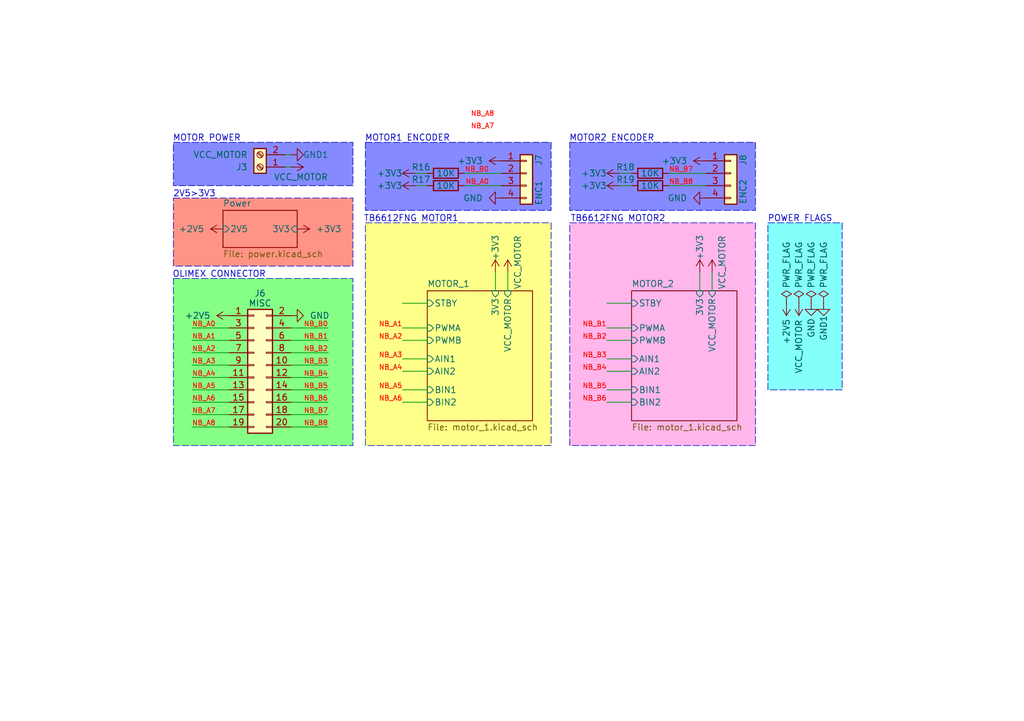
<source format=kicad_sch>
(kicad_sch (version 20231120) (generator "eeschema") (generator_version "8.0")
  (paper "A5")
  (title_block (title "Motor driver board") (date "2024-11-26") (rev "v0.1") (company "Intergalaktik d.o.o."))
  (lib_symbols
    (symbol "Connector:Screw_Terminal_01x02" (pin_names (offset 1.016) hide)
      (property "Reference" "J" (at 0 2.54 0))
      (property "Value" "Screw_Terminal_01x02" (at 0 -5.08 0))
      (symbol "Screw_Terminal_01x02_1_1"
        (rectangle (start -1.27 1.27) (end 1.27 -3.81) (stroke (width 0.254)) (fill (type background)))
        (circle (center 0 -2.54) (radius 0.635) (stroke (width 0.1524)))
        (polyline (pts (xy -0.5334 -2.2098) (xy 0.3302 -3.048)) (stroke (width 0.1524)))
        (polyline (pts (xy -0.5334 0.3302) (xy 0.3302 -0.508)) (stroke (width 0.1524)))
        (polyline (pts (xy -0.3556 -2.032) (xy 0.508 -2.8702)) (stroke (width 0.1524)))
        (polyline (pts (xy -0.3556 0.508) (xy 0.508 -0.3302)) (stroke (width 0.1524)))
        (circle (center 0 0) (radius 0.635) (stroke (width 0.1524)))
        (pin passive line (at -5.08 0 0) (length 3.81) (name "Pin_1") (number "1"))
        (pin passive line (at -5.08 -2.54 0) (length 3.81) (name "Pin_2") (number "2"))
      )
    )
    (symbol "Connector_Generic:Conn_01x04" (pin_names (offset 1.016) hide)
      (property "Reference" "J" (at 0 5.08 0))
      (property "Value" "Conn_01x04" (at 0 -7.62 0))
      (symbol "Conn_01x04_1_1"
        (rectangle (start -1.27 -4.953) (end 0 -5.207) (stroke (width 0.1524)))
        (rectangle (start -1.27 -2.413) (end 0 -2.667) (stroke (width 0.1524)))
        (rectangle (start -1.27 0.127) (end 0 -0.127) (stroke (width 0.1524)))
        (rectangle (start -1.27 2.667) (end 0 2.413) (stroke (width 0.1524)))
        (rectangle (start -1.27 3.81) (end 1.27 -6.35) (stroke (width 0.254)) (fill (type background)))
        (pin passive line (at -5.08 2.54 0) (length 3.81) (name "Pin_1") (number "1"))
        (pin passive line (at -5.08 0 0) (length 3.81) (name "Pin_2") (number "2"))
        (pin passive line (at -5.08 -2.54 0) (length 3.81) (name "Pin_3") (number "3"))
        (pin passive line (at -5.08 -5.08 0) (length 3.81) (name "Pin_4") (number "4"))
      )
    )
    (symbol "Connector_Generic:Conn_02x10_Odd_Even" (pin_names (offset 1.016) hide)
      (property "Reference" "J" (at 1.27 12.7 0))
      (property "Value" "Conn_02x10_Odd_Even" (at 1.27 -15.24 0))
      (symbol "Conn_02x10_Odd_Even_1_1"
        (rectangle (start -1.27 -12.573) (end 0 -12.827) (stroke (width 0.1524)))
        (rectangle (start -1.27 -10.033) (end 0 -10.287) (stroke (width 0.1524)))
        (rectangle (start -1.27 -7.493) (end 0 -7.747) (stroke (width 0.1524)))
        (rectangle (start -1.27 -4.953) (end 0 -5.207) (stroke (width 0.1524)))
        (rectangle (start -1.27 -2.413) (end 0 -2.667) (stroke (width 0.1524)))
        (rectangle (start -1.27 0.127) (end 0 -0.127) (stroke (width 0.1524)))
        (rectangle (start -1.27 2.667) (end 0 2.413) (stroke (width 0.1524)))
        (rectangle (start -1.27 5.207) (end 0 4.953) (stroke (width 0.1524)))
        (rectangle (start -1.27 7.747) (end 0 7.493) (stroke (width 0.1524)))
        (rectangle (start -1.27 10.287) (end 0 10.033) (stroke (width 0.1524)))
        (rectangle (start -1.27 11.43) (end 3.81 -13.97) (stroke (width 0.254)) (fill (type background)))
        (rectangle (start 3.81 -12.573) (end 2.54 -12.827) (stroke (width 0.1524)))
        (rectangle (start 3.81 -10.033) (end 2.54 -10.287) (stroke (width 0.1524)))
        (rectangle (start 3.81 -7.493) (end 2.54 -7.747) (stroke (width 0.1524)))
        (rectangle (start 3.81 -4.953) (end 2.54 -5.207) (stroke (width 0.1524)))
        (rectangle (start 3.81 -2.413) (end 2.54 -2.667) (stroke (width 0.1524)))
        (rectangle (start 3.81 0.127) (end 2.54 -0.127) (stroke (width 0.1524)))
        (rectangle (start 3.81 2.667) (end 2.54 2.413) (stroke (width 0.1524)))
        (rectangle (start 3.81 5.207) (end 2.54 4.953) (stroke (width 0.1524)))
        (rectangle (start 3.81 7.747) (end 2.54 7.493) (stroke (width 0.1524)))
        (rectangle (start 3.81 10.287) (end 2.54 10.033) (stroke (width 0.1524)))
        (pin passive line (at -5.08 10.16 0) (length 3.81) (name "Pin_1") (number "1"))
        (pin passive line (at 7.62 0 180) (length 3.81) (name "Pin_10") (number "10"))
        (pin passive line (at -5.08 -2.54 0) (length 3.81) (name "Pin_11") (number "11"))
        (pin passive line (at 7.62 -2.54 180) (length 3.81) (name "Pin_12") (number "12"))
        (pin passive line (at -5.08 -5.08 0) (length 3.81) (name "Pin_13") (number "13"))
        (pin passive line (at 7.62 -5.08 180) (length 3.81) (name "Pin_14") (number "14"))
        (pin passive line (at -5.08 -7.62 0) (length 3.81) (name "Pin_15") (number "15"))
        (pin passive line (at 7.62 -7.62 180) (length 3.81) (name "Pin_16") (number "16"))
        (pin passive line (at -5.08 -10.16 0) (length 3.81) (name "Pin_17") (number "17"))
        (pin passive line (at 7.62 -10.16 180) (length 3.81) (name "Pin_18") (number "18"))
        (pin passive line (at -5.08 -12.7 0) (length 3.81) (name "Pin_19") (number "19"))
        (pin passive line (at 7.62 10.16 180) (length 3.81) (name "Pin_2") (number "2"))
        (pin passive line (at 7.62 -12.7 180) (length 3.81) (name "Pin_20") (number "20"))
        (pin passive line (at -5.08 7.62 0) (length 3.81) (name "Pin_3") (number "3"))
        (pin passive line (at 7.62 7.62 180) (length 3.81) (name "Pin_4") (number "4"))
        (pin passive line (at -5.08 5.08 0) (length 3.81) (name "Pin_5") (number "5"))
        (pin passive line (at 7.62 5.08 180) (length 3.81) (name "Pin_6") (number "6"))
        (pin passive line (at -5.08 2.54 0) (length 3.81) (name "Pin_7") (number "7"))
        (pin passive line (at 7.62 2.54 180) (length 3.81) (name "Pin_8") (number "8"))
        (pin passive line (at -5.08 0 0) (length 3.81) (name "Pin_9") (number "9"))
      )
    )
    (symbol "Device:R" (pin_numbers hide) (pin_names (offset 0))
      (property "Reference" "R" (at 2.032 0 90))
      (property "Value" "R" (at 0 0 90))
      (symbol "R_0_1"
        (rectangle (start -1.016 -2.54) (end 1.016 2.54) (stroke (width 0.254)))
      )
      (symbol "R_1_1"
        (pin passive line (at 0 3.81 270) (length 1.27) (name "~") (number "1"))
        (pin passive line (at 0 -3.81 90) (length 1.27) (name "~") (number "2"))
      )
    )
    (symbol "power:+2V5" (power) (pin_numbers hide) (pin_names (offset 0) hide)
      (property "Value" "+2V5" (at 0 3.556 0))
      (symbol "+2V5_0_1"
        (polyline (pts (xy -0.762 1.27) (xy 0 2.54)))
        (polyline (pts (xy 0 0) (xy 0 2.54)))
        (polyline (pts (xy 0 2.54) (xy 0.762 1.27)))
      )
      (symbol "+2V5_1_1"
        (pin power_in line (at 0 0 90) (length 0) (name "~") (number "1"))
      )
    )
    (symbol "power:GND" (power) (pin_numbers hide) (pin_names (offset 0) hide)
      (property "Value" "GND" (at 0 -3.81 0))
      (symbol "GND_0_1"
        (polyline (pts (xy 0 0) (xy 0 -1.27) (xy 1.27 -1.27) (xy 0 -2.54) (xy -1.27 -1.27) (xy 0 -1.27)))
      )
      (symbol "GND_1_1"
        (pin power_in line (at 0 0 270) (length 0) (name "~") (number "1"))
      )
    )
    (symbol "power:GND1" (power) (pin_numbers hide) (pin_names (offset 0) hide)
      (property "Value" "GND1" (at 0 -3.81 0))
      (symbol "GND1_0_1"
        (polyline (pts (xy 0 0) (xy 0 -1.27) (xy 1.27 -1.27) (xy 0 -2.54) (xy -1.27 -1.27) (xy 0 -1.27)))
      )
      (symbol "GND1_1_1"
        (pin power_in line (at 0 0 270) (length 0) (name "~") (number "1"))
      )
    )
    (symbol "power:PWR_FLAG" (power) (pin_numbers hide) (pin_names (offset 0) hide)
      (property "Value" "PWR_FLAG" (at 0 3.81 0))
      (symbol "PWR_FLAG_0_0"
        (pin power_out line (at 0 0 90) (length 0) (name "~") (number "1"))
      )
      (symbol "PWR_FLAG_0_1"
        (polyline (pts (xy 0 0) (xy 0 1.27) (xy -1.016 1.905) (xy 0 2.54) (xy 1.016 1.905) (xy 0 1.27)))
      )
    )
    (symbol "power:VCC" (power) (pin_numbers hide) (pin_names (offset 0) hide)
      (property "Value" "VCC" (at 0 3.556 0))
      (symbol "VCC_0_1"
        (polyline (pts (xy -0.762 1.27) (xy 0 2.54)))
        (polyline (pts (xy 0 0) (xy 0 2.54)))
        (polyline (pts (xy 0 2.54) (xy 0.762 1.27)))
      )
      (symbol "VCC_1_1"
        (pin power_in line (at 0 0 90) (length 0) (name "~") (number "1"))
      )
    )
  )
  (wire (pts (xy 59.69 34.29) (xy 58.42 34.29)))
  (wire (pts (xy 124.46 67.31) (xy 129.54 67.31)))
  (wire (pts (xy 82.55 69.85) (xy 87.63 69.85)))
  (wire (pts (xy 39.37 85.09) (xy 46.99 85.09)))
  (wire (pts (xy 39.37 87.63) (xy 46.99 87.63)))
  (wire (pts (xy 146.05 55.88) (xy 146.05 59.69)))
  (wire (pts (xy 39.37 82.55) (xy 46.99 82.55)))
  (wire (pts (xy 85.09 38.1) (xy 87.63 38.1)))
  (wire (pts (xy 39.37 74.93) (xy 46.99 74.93)))
  (wire (pts (xy 82.55 62.23) (xy 87.63 62.23)))
  (wire (pts (xy 39.37 80.01) (xy 46.99 80.01)))
  (wire (pts (xy 82.55 73.66) (xy 87.63 73.66)))
  (wire (pts (xy 143.51 55.88) (xy 143.51 59.69)))
  (wire (pts (xy 95.25 35.56) (xy 102.87 35.56)))
  (wire (pts (xy 82.55 67.31) (xy 87.63 67.31)))
  (wire (pts (xy 104.14 55.88) (xy 104.14 59.69)))
  (wire (pts (xy 137.16 38.1) (xy 144.78 38.1)))
  (wire (pts (xy 39.37 69.85) (xy 46.99 69.85)))
  (wire (pts (xy 59.69 72.39) (xy 67.31 72.39)))
  (wire (pts (xy 39.37 72.39) (xy 46.99 72.39)))
  (wire (pts (xy 59.69 85.09) (xy 67.31 85.09)))
  (wire (pts (xy 124.46 62.23) (xy 129.54 62.23)))
  (wire (pts (xy 59.69 74.93) (xy 67.31 74.93)))
  (wire (pts (xy 124.46 76.2) (xy 129.54 76.2)))
  (wire (pts (xy 82.55 82.55) (xy 87.63 82.55)))
  (wire (pts (xy 39.37 67.31) (xy 46.99 67.31)))
  (wire (pts (xy 127 38.1) (xy 129.54 38.1)))
  (wire (pts (xy 137.16 35.56) (xy 144.78 35.56)))
  (wire (pts (xy 59.69 80.01) (xy 67.31 80.01)))
  (wire (pts (xy 59.69 82.55) (xy 67.31 82.55)))
  (wire (pts (xy 59.69 69.85) (xy 67.31 69.85)))
  (wire (pts (xy 85.09 35.56) (xy 87.63 35.56)))
  (wire (pts (xy 124.46 69.85) (xy 129.54 69.85)))
  (wire (pts (xy 124.46 80.01) (xy 129.54 80.01)))
  (wire (pts (xy 127 35.56) (xy 129.54 35.56)))
  (wire (pts (xy 59.69 87.63) (xy 67.31 87.63)))
  (wire (pts (xy 39.37 77.47) (xy 46.99 77.47)))
  (wire (pts (xy 82.55 80.01) (xy 87.63 80.01)))
  (wire (pts (xy 95.25 38.1) (xy 102.87 38.1)))
  (wire (pts (xy 59.69 67.31) (xy 67.31 67.31)))
  (wire (pts (xy 124.46 73.66) (xy 129.54 73.66)))
  (wire (pts (xy 101.6 55.88) (xy 101.6 59.69)))
  (wire (pts (xy 59.69 77.47) (xy 67.31 77.47)))
  (wire (pts (xy 59.69 31.75) (xy 58.42 31.75)))
  (wire (pts (xy 124.46 82.55) (xy 129.54 82.55)))
  (wire (pts (xy 82.55 76.2) (xy 87.63 76.2)))
  (rectangle (start 116.84 29.21) (end 154.94 43.18) (stroke (width 0.127) (type dash)) (fill (type color) (color 0 12 255 0.48)))
  (rectangle (start 157.48 45.72) (end 172.72 80.01) (stroke (width 0.127) (type dash)) (fill (type color) (color 0 255 246 0.48)))
  (rectangle (start 116.84 45.72) (end 154.94 91.44) (stroke (width 0.127) (type dash)) (fill (type color) (color 255 103 212 0.48)))
  (rectangle (start 74.93 29.21) (end 113.03 43.18) (stroke (width 0.127) (type dash)) (fill (type color) (color 0 12 255 0.48)))
  (rectangle (start 35.56 40.64) (end 72.39 54.61) (stroke (width 0.127) (type dash)) (fill (type color) (color 255 30 0 0.48)))
  (rectangle (start 74.93 45.72) (end 113.03 91.44) (stroke (width 0.127) (type dash)) (fill (type color) (color 251 255 9 0.48)))
  (rectangle (start 35.56 29.21) (end 72.39 38.1) (stroke (width 0.127) (type dash)) (fill (type color) (color 0 12 255 0.48)))
  (rectangle (start 35.56 57.15) (end 72.39 91.44) (stroke (width 0.127) (type dash)) (fill (type color) (color 2 255 0 0.48)))
  (text "OLIMEX CONNECTOR" (at 44.958 56.388 0) (effects (font (size 1.27 1.27))))
  (text "TB6612FNG MOTOR1" (at 84.328 44.958 0) (effects (font (size 1.27 1.27))))
  (text "MOTOR1 ENCODER" (at 83.566 28.448 0) (effects (font (size 1.27 1.27))))
  (text "TB6612FNG MOTOR2" (at 126.746 44.958 0) (effects (font (size 1.27 1.27))))
  (text "MOTOR2 ENCODER" (at 125.476 28.448 0) (effects (font (size 1.27 1.27))))
  (text "2V5>3V3" (at 39.878 39.878 0) (effects (font (size 1.27 1.27))))
  (text "POWER FLAGS" (at 164.084 44.958 0) (effects (font (size 1.27 1.27))))
  (text "MOTOR POWER" (at 42.418 28.448 0) (effects (font (size 1.27 1.27))))
  (label "NB_B8" (at 137.16 38.1 0) (effects (font (size 1.016 1.016))))
  (label "NB_B3" (at 67.31 74.93 180) (effects (font (size 1.016 1.016))))
  (label "NB_A5" (at 39.37 80.01 0) (effects (font (size 1.016 1.016))))
  (label "NB_A0" (at 39.37 67.31 0) (effects (font (size 1.016 1.016))))
  (label "NB_B5" (at 124.46 80.01 180) (effects (font (size 1.016 1.016))))
  (label "NB_B2" (at 124.46 69.85 180) (effects (font (size 1.016 1.016))))
  (label "NB_B3" (at 124.46 73.66 180) (effects (font (size 1.016 1.016))))
  (label "NB_A4" (at 39.37 77.47 0) (effects (font (size 1.016 1.016))))
  (label "NB_A6" (at 39.37 82.55 0) (effects (font (size 1.016 1.016))))
  (label "NB_B7" (at 137.16 35.56 0) (effects (font (size 1.016 1.016))))
  (label "NB_B4" (at 124.46 76.2 180) (effects (font (size 1.016 1.016))))
  (label "NB_A3" (at 39.37 74.93 0) (effects (font (size 1.016 1.016))))
  (label "NB_B1" (at 67.31 69.85 180) (effects (font (size 1.016 1.016))))
  (label "NB_B5" (at 67.31 80.01 180) (effects (font (size 1.016 1.016))))
  (label "NB_A4" (at 82.55 76.2 180) (effects (font (size 1.016 1.016))))
  (label "NB_A2" (at 39.37 72.39 0) (effects (font (size 1.016 1.016))))
  (label "NB_B1" (at 124.46 67.31 180) (effects (font (size 1.016 1.016))))
  (label "NB_A3" (at 82.55 73.66 180) (effects (font (size 1.016 1.016))))
  (label "NB_B2" (at 67.31 72.39 180) (effects (font (size 1.016 1.016))))
  (label "NB_A6" (at 82.55 82.55 180) (effects (font (size 1.016 1.016))))
  (label "NB_A8" (at 96.52 24.13 0) (effects (font (size 1.016 1.016))))
  (label "NB_B0" (at 67.31 67.31 180) (effects (font (size 1.016 1.016))))
  (label "NB_B4" (at 67.31 77.47 180) (effects (font (size 1.016 1.016))))
  (label "NB_A2" (at 82.55 69.85 180) (effects (font (size 1.016 1.016))))
  (label "NB_B6" (at 124.46 82.55 180) (effects (font (size 1.016 1.016))))
  (label "NB_A7" (at 39.37 85.09 0) (effects (font (size 1.016 1.016))))
  (label "NB_A5" (at 82.55 80.01 180) (effects (font (size 1.016 1.016))))
  (label "NB_B7" (at 67.31 85.09 180) (effects (font (size 1.016 1.016))))
  (label "NB_A8" (at 39.37 87.63 0) (effects (font (size 1.016 1.016))))
  (label "NB_A1" (at 39.37 69.85 0) (effects (font (size 1.016 1.016))))
  (label "NB_B0" (at 100.33 35.56 180) (effects (font (size 1.016 1.016))))
  (label "NB_B8" (at 67.31 87.63 180) (effects (font (size 1.016 1.016))))
  (label "NB_A0" (at 100.33 38.1 180) (effects (font (size 1.016 1.016))))
  (label "NB_A7" (at 96.52 26.67 0) (effects (font (size 1.016 1.016))))
  (label "NB_A1" (at 82.55 67.31 180) (effects (font (size 1.016 1.016))))
  (label "NB_B6" (at 67.31 82.55 180) (effects (font (size 1.016 1.016))))
  (symbol (lib_id "power:+2V5") (at 46.99 64.77 90) (unit 1)
    (property "Reference" "#PWR03" (effects (hide yes)))
    (property "Value" "+2V5" (at 43.18 64.7699 90) (effects (justify left)))
    (property "Description" "Power symbol creates a global label with name \"+2V5\"" (effects (hide yes)))
  )
  (symbol (lib_id "power:+2V5") (at 101.6 55.88 0) (unit 1)
    (property "Reference" "#PWR010" (effects (hide yes)))
    (property "Value" "+3V3" (at 101.6 50.8 90))
    (property "Description" "Power symbol creates a global label with name \"+2V5\"" (effects (hide yes)))
  )
  (symbol (lib_id "power:+2V5") (at 102.87 33.02 90) (unit 1)
    (property "Reference" "#PWR021" (effects (hide yes)))
    (property "Value" "+3V3" (at 99.06 33.0199 90) (effects (justify left)))
    (property "Description" "Power symbol creates a global label with name \"+2V5\"" (effects (hide yes)))
  )
  (symbol (lib_id "power:PWR_FLAG") (at 168.91 62.23 0) (unit 1)
    (property "Reference" "#FLG05" (effects (hide yes)))
    (property "Value" "PWR_FLAG" (at 168.91 54.356 90))
    (property "Description" "Special symbol for telling ERC where power comes from" (effects (hide yes)))
  )
  (symbol (lib_id "Connector_Generic:Conn_02x10_Odd_Even") (at 52.07 74.93 0) (unit 1)
    (property "Reference" "J6" (at 53.34 60.198 0))
    (property "Value" "MISC" (at 53.34 62.23 0))
    (property "Footprint" "Connector_PinSocket_2.54mm:PinSocket_2x10_P2.54mm_Vertical_SMD" (effects (hide yes)))
    (property "Description" "Generic connector, double row, 02x10, odd/even pin numbering scheme (row 1 odd numbers, row 2 even numbers), script generated (kicad-library-utils/schlib/autogen/connector/)" (effects (hide yes)))
  )
  (symbol (lib_id "power:GND") (at 166.37 62.23 0) (unit 1)
    (property "Reference" "#PWR032" (effects (hide yes)))
    (property "Value" "GND" (at 166.37 67.31 90))
    (property "Description" "Power symbol creates a global label with name \"GND\" , ground" (effects (hide yes)))
  )
  (symbol (lib_id "power:PWR_FLAG") (at 163.83 62.23 0) (unit 1)
    (property "Reference" "#FLG03" (effects (hide yes)))
    (property "Value" "PWR_FLAG" (at 163.83 54.356 90))
    (property "Description" "Special symbol for telling ERC where power comes from" (effects (hide yes)))
  )
  (symbol (lib_id "power:PWR_FLAG") (at 166.37 62.23 0) (unit 1)
    (property "Reference" "#FLG04" (effects (hide yes)))
    (property "Value" "PWR_FLAG" (at 166.37 54.356 90))
    (property "Description" "Special symbol for telling ERC where power comes from" (effects (hide yes)))
  )
  (symbol (lib_id "Device:R") (at 133.35 35.56 90) (unit 1)
    (property "Reference" "R18" (at 128.27 34.29 90))
    (property "Value" "10K" (at 133.35 35.56 90))
    (property "Footprint" "Resistor_SMD:R_0402_1005Metric" (effects (hide yes)))
    (property "Description" "Resistor" (effects (hide yes)))
  )
  (symbol (lib_id "power:PWR_FLAG") (at 161.29 62.23 0) (unit 1)
    (property "Reference" "#FLG01" (effects (hide yes)))
    (property "Value" "PWR_FLAG" (at 161.29 54.356 90))
    (property "Description" "Special symbol for telling ERC where power comes from" (effects (hide yes)))
  )
  (symbol (lib_id "power:GND") (at 144.78 40.64 270) (unit 1)
    (property "Reference" "#PWR028" (effects (hide yes)))
    (property "Value" "GND" (at 140.97 40.6399 90) (effects (justify right)))
    (property "Description" "Power symbol creates a global label with name \"GND\" , ground" (effects (hide yes)))
  )
  (symbol (lib_id "power:VCC") (at 146.05 55.88 0) (unit 1)
    (property "Reference" "#PWR07" (effects (hide yes)))
    (property "Value" "VCC_MOTOR" (at 148.082 53.848 90))
    (property "Description" "Power symbol creates a global label with name \"VCC\"" (effects (hide yes)))
  )
  (symbol (lib_id "power:+2V5") (at 127 38.1 90) (unit 1)
    (property "Reference" "#PWR036" (effects (hide yes)))
    (property "Value" "+3V3" (at 124.46 38.1 90) (effects (justify left)))
    (property "Description" "Power symbol creates a global label with name \"+2V5\"" (effects (hide yes)))
  )
  (symbol (lib_id "power:VCC") (at 104.14 55.88 0) (unit 1)
    (property "Reference" "#PWR01" (effects (hide yes)))
    (property "Value" "VCC_MOTOR" (at 106.172 53.848 90))
    (property "Description" "Power symbol creates a global label with name \"VCC\"" (effects (hide yes)))
  )
  (symbol (lib_id "power:GND") (at 59.69 64.77 90) (unit 1)
    (property "Reference" "#PWR04" (effects (hide yes)))
    (property "Value" "GND" (at 63.5 64.7699 90) (effects (justify right)))
    (property "Description" "Power symbol creates a global label with name \"GND\" , ground" (effects (hide yes)))
  )
  (symbol (lib_id "power:+2V5") (at 85.09 38.1 90) (unit 1)
    (property "Reference" "#PWR034" (effects (hide yes)))
    (property "Value" "+3V3" (at 82.55 38.1 90) (effects (justify left)))
    (property "Description" "Power symbol creates a global label with name \"+2V5\"" (effects (hide yes)))
  )
  (symbol (lib_id "power:+2V5") (at 143.51 55.88 0) (unit 1)
    (property "Reference" "#PWR014" (effects (hide yes)))
    (property "Value" "+3V3" (at 143.51 50.8 90))
    (property "Description" "Power symbol creates a global label with name \"+2V5\"" (effects (hide yes)))
  )
  (symbol (lib_id "power:GND") (at 102.87 40.64 270) (unit 1)
    (property "Reference" "#PWR027" (effects (hide yes)))
    (property "Value" "GND" (at 99.06 40.6399 90) (effects (justify right)))
    (property "Description" "Power symbol creates a global label with name \"GND\" , ground" (effects (hide yes)))
  )
  (symbol (lib_id "power:+2V5") (at 127 35.56 90) (unit 1)
    (property "Reference" "#PWR035" (effects (hide yes)))
    (property "Value" "+3V3" (at 124.46 35.56 90) (effects (justify left)))
    (property "Description" "Power symbol creates a global label with name \"+2V5\"" (effects (hide yes)))
  )
  (symbol (lib_id "Device:R") (at 91.44 35.56 90) (unit 1)
    (property "Reference" "R16" (at 86.36 34.29 90))
    (property "Value" "10K" (at 91.44 35.56 90))
    (property "Footprint" "Resistor_SMD:R_0402_1005Metric" (effects (hide yes)))
    (property "Description" "Resistor" (effects (hide yes)))
  )
  (symbol (lib_id "power:+2V5") (at 144.78 33.02 90) (unit 1)
    (property "Reference" "#PWR023" (effects (hide yes)))
    (property "Value" "+3V3" (at 140.97 33.0199 90) (effects (justify left)))
    (property "Description" "Power symbol creates a global label with name \"+2V5\"" (effects (hide yes)))
  )
  (symbol (lib_id "power:+2V5") (at 85.09 35.56 90) (unit 1)
    (property "Reference" "#PWR030" (effects (hide yes)))
    (property "Value" "+3V3" (at 82.55 35.56 90) (effects (justify left)))
    (property "Description" "Power symbol creates a global label with name \"+2V5\"" (effects (hide yes)))
  )
  (symbol (lib_id "power:+2V5") (at 60.96 46.99 270) (unit 1)
    (property "Reference" "#PWR026" (effects (hide yes)))
    (property "Value" "+3V3" (at 64.77 46.9899 90) (effects (justify left)))
    (property "Description" "Power symbol creates a global label with name \"+2V5\"" (effects (hide yes)))
  )
  (symbol (lib_id "power:VCC") (at 59.69 34.29 270) (unit 1)
    (property "Reference" "#PWR013" (effects (hide yes)))
    (property "Value" "VCC_MOTOR" (at 61.722 36.322 90))
    (property "Description" "Power symbol creates a global label with name \"VCC\"" (effects (hide yes)))
  )
  (symbol (lib_id "Connector:Screw_Terminal_01x02") (at 53.34 34.29 180) (unit 1)
    (property "Reference" "J3" (at 50.8 34.2901 0) (effects (justify left)))
    (property "Value" "VCC_MOTOR" (at 50.8 31.7501 0) (effects (justify left)))
    (property "Footprint" "TerminalBlock_Phoenix:TerminalBlock_Phoenix_MPT-0,5-2-2.54_1x02_P2.54mm_Horizontal" (effects (hide yes)))
    (property "Description" "Generic screw terminal, single row, 01x02, script generated (kicad-library-utils/schlib/autogen/connector/)" (effects (hide yes)))
  )
  (symbol (lib_id "power:+2V5") (at 161.29 62.23 180) (unit 1)
    (property "Reference" "#PWR029" (effects (hide yes)))
    (property "Value" "+2V5" (at 161.29 68.072 90))
    (property "Description" "Power symbol creates a global label with name \"+2V5\"" (effects (hide yes)))
  )
  (symbol (lib_id "Device:R") (at 133.35 38.1 90) (unit 1)
    (property "Reference" "R19" (at 128.27 36.83 90))
    (property "Value" "10K" (at 133.35 38.1 90))
    (property "Footprint" "Resistor_SMD:R_0402_1005Metric" (effects (hide yes)))
    (property "Description" "Resistor" (effects (hide yes)))
  )
  (symbol (lib_id "Connector_Generic:Conn_01x04") (at 149.86 35.56 0) (unit 1)
    (property "Reference" "J8" (at 152.4 34.036 90) (effects (justify left)))
    (property "Value" "ENC2" (at 152.4 41.91 90) (effects (justify left)))
    (property "Footprint" "Connector_PinSocket_2.54mm:PinSocket_1x04_P2.54mm_Vertical" (effects (hide yes)))
    (property "Description" "Generic connector, single row, 01x04, script generated (kicad-library-utils/schlib/autogen/connector/)" (effects (hide yes)))
  )
  (symbol (lib_id "power:GND1") (at 59.69 31.75 90) (unit 1)
    (property "Reference" "#PWR012" (effects (hide yes)))
    (property "Value" "GND1" (at 64.77 31.75 90))
    (property "Description" "Power symbol creates a global label with name \"GND1\" , ground" (effects (hide yes)))
  )
  (symbol (lib_id "power:+2V5") (at 45.72 46.99 90) (unit 1)
    (property "Reference" "#PWR025" (effects (hide yes)))
    (property "Value" "+2V5" (at 41.91 46.9899 90) (effects (justify left)))
    (property "Description" "Power symbol creates a global label with name \"+2V5\"" (effects (hide yes)))
  )
  (symbol (lib_id "Connector_Generic:Conn_01x04") (at 107.95 35.56 0) (unit 1)
    (property "Reference" "J7" (at 110.49 34.036 90) (effects (justify left)))
    (property "Value" "ENC1" (at 110.49 42.164 90) (effects (justify left)))
    (property "Footprint" "Connector_PinSocket_2.54mm:PinSocket_1x04_P2.54mm_Vertical" (effects (hide yes)))
    (property "Description" "Generic connector, single row, 01x04, script generated (kicad-library-utils/schlib/autogen/connector/)" (effects (hide yes)))
  )
  (symbol (lib_id "Device:R") (at 91.44 38.1 90) (unit 1)
    (property "Reference" "R17" (at 86.36 36.83 90))
    (property "Value" "10K" (at 91.44 38.1 90))
    (property "Footprint" "Resistor_SMD:R_0402_1005Metric" (effects (hide yes)))
    (property "Description" "Resistor" (effects (hide yes)))
  )
  (symbol (lib_id "power:GND1") (at 168.91 62.23 0) (unit 1)
    (property "Reference" "#PWR033" (effects (hide yes)))
    (property "Value" "GND1" (at 168.91 67.31 90))
    (property "Description" "Power symbol creates a global label with name \"GND1\" , ground" (effects (hide yes)))
  )
  (symbol (lib_id "power:VCC") (at 163.83 62.23 180) (unit 1)
    (property "Reference" "#PWR031" (effects (hide yes)))
    (property "Value" "VCC_MOTOR" (at 163.83 71.12 90))
    (property "Description" "Power symbol creates a global label with name \"VCC\"" (effects (hide yes)))
  )
  (sheet (at 87.63 59.69) (size 21.59 26.67) (stroke (width 0.1524))
    (property "Sheetname" "MOTOR_1" (at 87.63 58.9784 0) (effects (justify left bottom)))
    (property "Sheetfile" "motor_1.kicad_sch" (at 87.63 86.9446 0) (effects (justify left top)))
    (pin "BIN2" input (at 87.63 82.55 180))
    (pin "PWMA" input (at 87.63 67.31 180))
    (pin "PWMB" input (at 87.63 69.85 180))
    (pin "AIN1" input (at 87.63 73.66 180))
    (pin "AIN2" input (at 87.63 76.2 180))
    (pin "BIN1" input (at 87.63 80.01 180))
    (pin "STBY" input (at 87.63 62.23 180))
    (pin "VCC_MOTOR" input (at 104.14 59.69 90))
    (pin "3V3" input (at 101.6 59.69 90))
  )
  (sheet (at 129.54 59.69) (size 21.59 26.67) (stroke (width 0.1524))
    (property "Sheetname" "MOTOR_2" (at 129.54 58.9784 0) (effects (justify left bottom)))
    (property "Sheetfile" "motor_1.kicad_sch" (at 129.54 86.9446 0) (effects (justify left top)))
    (pin "BIN2" input (at 129.54 82.55 180))
    (pin "PWMA" input (at 129.54 67.31 180))
    (pin "PWMB" input (at 129.54 69.85 180))
    (pin "AIN1" input (at 129.54 73.66 180))
    (pin "AIN2" input (at 129.54 76.2 180))
    (pin "BIN1" input (at 129.54 80.01 180))
    (pin "STBY" input (at 129.54 62.23 180))
    (pin "VCC_MOTOR" input (at 146.05 59.69 90))
    (pin "3V3" input (at 143.51 59.69 90))
  )
  (sheet (at 45.72 43.18) (size 15.24 7.62) (stroke (width 0.1524))
    (property "Sheetname" "Power" (at 45.72 42.4684 0) (effects (justify left bottom)))
    (property "Sheetfile" "power.kicad_sch" (at 45.72 51.3846 0) (effects (justify left top)))
    (pin "2V5" input (at 45.72 46.99 180))
    (pin "3V3" input (at 60.96 46.99 0))
  )
)
</source>
